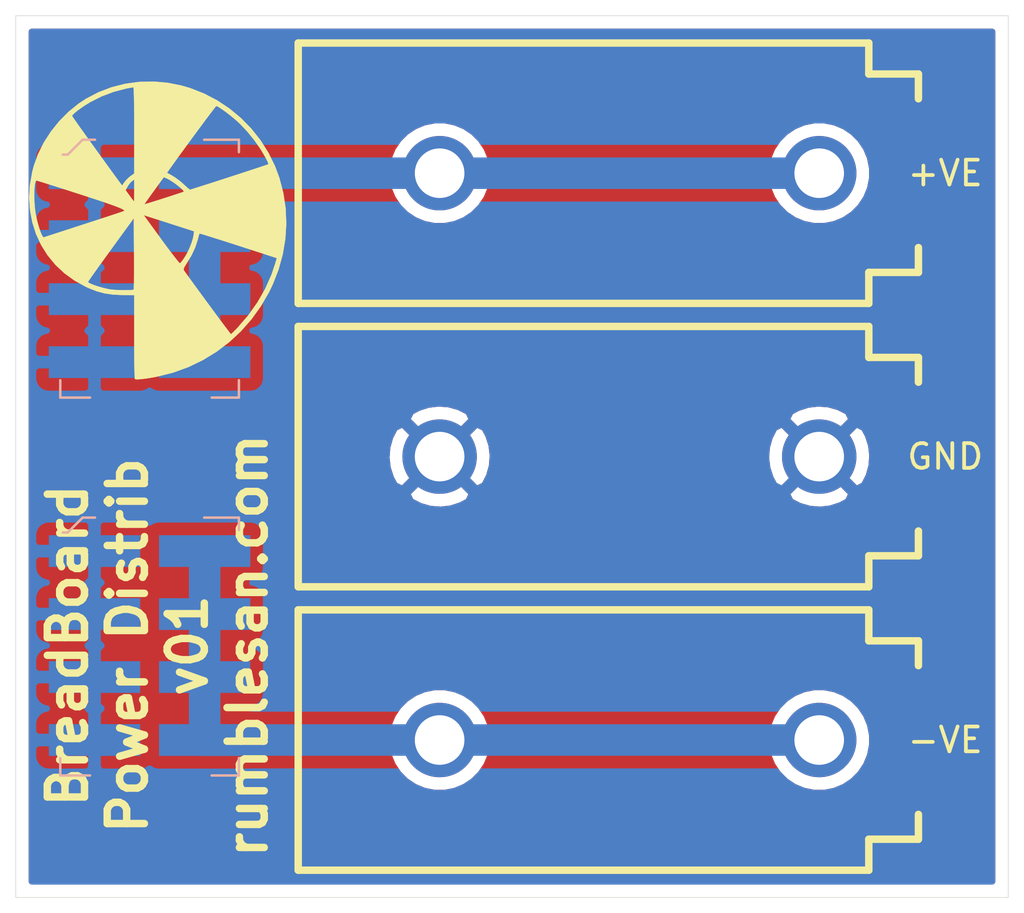
<source format=kicad_pcb>
(kicad_pcb (version 20171130) (host pcbnew "(5.1.8-0-10_14)")

  (general
    (thickness 1.6)
    (drawings 8)
    (tracks 4)
    (zones 0)
    (modules 6)
    (nets 4)
  )

  (page A4)
  (title_block
    (title "BreadBoard Power Distribution")
    (date 2021-06-18)
    (rev v01)
    (comment 3 "Author: Guy John <guy@rumblesan.com>")
  )

  (layers
    (0 F.Cu signal)
    (31 B.Cu signal)
    (36 B.SilkS user)
    (37 F.SilkS user)
    (38 B.Mask user)
    (39 F.Mask user)
    (41 Cmts.User user)
    (44 Edge.Cuts user)
    (45 Margin user)
    (46 B.CrtYd user)
    (47 F.CrtYd user)
    (48 B.Fab user)
    (49 F.Fab user)
  )

  (setup
    (last_trace_width 1.27)
    (user_trace_width 0.2032)
    (user_trace_width 0.3048)
    (user_trace_width 0.635)
    (user_trace_width 1.27)
    (trace_clearance 0.254)
    (zone_clearance 0.508)
    (zone_45_only no)
    (trace_min 0.2032)
    (via_size 0.762)
    (via_drill 0.381)
    (via_min_size 0.4064)
    (via_min_drill 0.3048)
    (uvia_size 0.762)
    (uvia_drill 0.381)
    (uvias_allowed no)
    (uvia_min_size 0.2032)
    (uvia_min_drill 0.1016)
    (edge_width 0.05)
    (segment_width 0.2)
    (pcb_text_width 0.3)
    (pcb_text_size 1.5 1.5)
    (mod_edge_width 0.12)
    (mod_text_size 1 1)
    (mod_text_width 0.15)
    (pad_size 1.524 1.524)
    (pad_drill 0.762)
    (pad_to_mask_clearance 0.0508)
    (solder_mask_min_width 0.127)
    (aux_axis_origin 0 0)
    (visible_elements FFFFFF7F)
    (pcbplotparams
      (layerselection 0x010fc_ffffffff)
      (usegerberextensions false)
      (usegerberattributes true)
      (usegerberadvancedattributes true)
      (creategerberjobfile true)
      (excludeedgelayer true)
      (linewidth 0.100000)
      (plotframeref false)
      (viasonmask false)
      (mode 1)
      (useauxorigin false)
      (hpglpennumber 1)
      (hpglpenspeed 20)
      (hpglpendiameter 15.000000)
      (psnegative false)
      (psa4output false)
      (plotreference true)
      (plotvalue true)
      (plotinvisibletext false)
      (padsonsilk false)
      (subtractmaskfromsilk false)
      (outputformat 1)
      (mirror false)
      (drillshape 1)
      (scaleselection 1)
      (outputdirectory ""))
  )

  (net 0 "")
  (net 1 "Net-(J1-Pad1)")
  (net 2 "Net-(J1-Pad5)")
  (net 3 "Net-(J2-Pad5)")

  (net_class Default "This is the default net class."
    (clearance 0.254)
    (trace_width 0.254)
    (via_dia 0.762)
    (via_drill 0.381)
    (uvia_dia 0.762)
    (uvia_drill 0.381)
    (diff_pair_width 0.2032)
    (diff_pair_gap 0.254)
    (add_net "Net-(J1-Pad1)")
    (add_net "Net-(J1-Pad5)")
    (add_net "Net-(J2-Pad5)")
  )

  (net_class Power ""
    (clearance 0.3048)
    (trace_width 0.635)
    (via_dia 0.762)
    (via_drill 0.381)
    (uvia_dia 0.762)
    (uvia_drill 0.381)
    (diff_pair_width 0.2032)
    (diff_pair_gap 0.254)
  )

  (net_class Signal ""
    (clearance 0.3048)
    (trace_width 0.3048)
    (via_dia 0.762)
    (via_drill 0.381)
    (uvia_dia 0.762)
    (uvia_drill 0.381)
    (diff_pair_width 0.2032)
    (diff_pair_gap 0.254)
  )

  (module rumblesan-footprints:Logo_Ammonite-simple_10.4mmx12.0mm (layer F.Cu) (tedit 60310C64) (tstamp 60CD81DC)
    (at 85.09 62.23)
    (path /60CDBCEB)
    (fp_text reference H1 (at 0 -8.636) (layer F.SilkS) hide
      (effects (font (size 1.524 1.524) (thickness 0.3)))
    )
    (fp_text value Logo_Ammonite-simple (at -5.588 4.318) (layer F.SilkS) hide
      (effects (font (size 1.524 1.524) (thickness 0.3)))
    )
    (fp_poly (pts (xy 1.032799 -4.917203) (xy 1.602938 -4.803894) (xy 1.950328 -4.702154) (xy 2.511868 -4.481942)
      (xy 3.043657 -4.203555) (xy 3.541437 -3.871283) (xy 4.000951 -3.489415) (xy 4.417944 -3.06224)
      (xy 4.788157 -2.594048) (xy 5.107334 -2.089128) (xy 5.371218 -1.551771) (xy 5.547304 -1.07762)
      (xy 5.705433 -0.47201) (xy 5.79761 0.14295) (xy 5.82422 0.762934) (xy 5.785649 1.383615)
      (xy 5.682283 2.000669) (xy 5.514507 2.609767) (xy 5.282707 3.206585) (xy 5.138453 3.507792)
      (xy 4.807993 4.082105) (xy 4.426498 4.614309) (xy 3.997568 5.101669) (xy 3.524802 5.541449)
      (xy 3.011799 5.930913) (xy 2.46216 6.267326) (xy 1.879485 6.547954) (xy 1.267372 6.77006)
      (xy 0.635371 6.929721) (xy 0.397238 6.974242) (xy 0.180809 7.00876) (xy -0.004619 7.032246)
      (xy -0.149747 7.043669) (xy -0.24528 7.041998) (xy -0.27923 7.031103) (xy -0.284232 6.993104)
      (xy -0.288909 6.893944) (xy -0.293163 6.740195) (xy -0.296897 6.538429) (xy -0.300012 6.295218)
      (xy -0.302409 6.017133) (xy -0.303992 5.710748) (xy -0.304662 5.382634) (xy -0.304678 5.326002)
      (xy -0.304726 3.64678) (xy -0.787278 3.642638) (xy -1.158825 3.625497) (xy -1.491225 3.577387)
      (xy -1.808015 3.492995) (xy -2.132731 3.367012) (xy -2.252891 3.311977) (xy -2.606381 3.117184)
      (xy -2.167297 3.117184) (xy -2.136343 3.149546) (xy -2.051759 3.192674) (xy -1.92596 3.242309)
      (xy -1.77136 3.294189) (xy -1.600375 3.344054) (xy -1.42542 3.387644) (xy -1.308431 3.411919)
      (xy -1.195701 3.427182) (xy -1.049986 3.438675) (xy -0.886274 3.446222) (xy -0.71955 3.449648)
      (xy -0.5648 3.448777) (xy -0.437012 3.443434) (xy -0.35117 3.433443) (xy -0.323927 3.423453)
      (xy -0.319864 3.386366) (xy -0.316488 3.28866) (xy -0.313854 3.137446) (xy -0.312017 2.939835)
      (xy -0.311032 2.702938) (xy -0.31101 2.626808) (xy 1.684212 2.626808) (xy 1.718205 2.677566)
      (xy 1.785793 2.773435) (xy 1.882204 2.907923) (xy 2.002668 3.074541) (xy 2.142412 3.266797)
      (xy 2.296664 3.478201) (xy 2.460654 3.702263) (xy 2.62961 3.932492) (xy 2.798759 4.162397)
      (xy 2.963332 4.385489) (xy 3.118555 4.595276) (xy 3.259657 4.785269) (xy 3.381867 4.948976)
      (xy 3.480414 5.079907) (xy 3.550525 5.171572) (xy 3.587429 5.21748) (xy 3.59179 5.22158)
      (xy 3.623503 5.198507) (xy 3.690449 5.136237) (xy 3.781757 5.045191) (xy 3.854667 4.969581)
      (xy 4.286587 4.470052) (xy 4.661763 3.941747) (xy 4.977562 3.389158) (xy 5.231351 2.816778)
      (xy 5.384822 2.358586) (xy 5.443801 2.154126) (xy 3.889878 1.650716) (xy 3.579962 1.550662)
      (xy 3.290171 1.457777) (xy 3.026769 1.37402) (xy 2.796022 1.301351) (xy 2.604195 1.241732)
      (xy 2.457551 1.197122) (xy 2.362357 1.169482) (xy 2.324877 1.160772) (xy 2.324586 1.16091)
      (xy 2.311475 1.198162) (xy 2.287607 1.2835) (xy 2.257938 1.399123) (xy 2.255308 1.409773)
      (xy 2.15443 1.720344) (xy 2.005668 2.040898) (xy 1.819984 2.347874) (xy 1.81652 2.352914)
      (xy 1.733843 2.482934) (xy 1.68868 2.576999) (xy 1.684212 2.626808) (xy -0.31101 2.626808)
      (xy -0.310954 2.433866) (xy -0.311837 2.139731) (xy -0.312725 1.974266) (xy -0.321563 0.545206)
      (xy -1.24443 1.814363) (xy -1.432233 2.073342) (xy -1.60721 2.315996) (xy -1.76542 2.536763)
      (xy -1.902924 2.730082) (xy -2.01578 2.890389) (xy -2.100051 3.012123) (xy -2.151794 3.089721)
      (xy -2.167297 3.117184) (xy -2.606381 3.117184) (xy -2.710638 3.059733) (xy -3.121547 2.761089)
      (xy -3.483816 2.420231) (xy -3.795646 2.041349) (xy -4.055236 1.628632) (xy -4.260787 1.186268)
      (xy -4.410496 0.718446) (xy -4.502566 0.229354) (xy -4.535194 -0.276818) (xy -4.530422 -0.363394)
      (xy -4.33396 -0.363394) (xy -4.329712 -0.160283) (xy -4.317644 0.04385) (xy -4.297452 0.237932)
      (xy -4.284197 0.327847) (xy -4.246355 0.52569) (xy -4.199548 0.722236) (xy -4.147335 0.906977)
      (xy -4.093275 1.069402) (xy -4.040927 1.199002) (xy -3.993849 1.28527) (xy -3.9556 1.317694)
      (xy -3.949319 1.316792) (xy -3.910482 1.303867) (xy -3.813544 1.272119) (xy -3.664838 1.223609)
      (xy -3.470695 1.160398) (xy -3.237449 1.084545) (xy -2.971432 0.998111) (xy -2.678977 0.903157)
      (xy -2.366416 0.801741) (xy -2.319697 0.786588) (xy -2.00563 0.684537) (xy -1.711522 0.588606)
      (xy -1.443591 0.500848) (xy -1.208054 0.423318) (xy -1.202224 0.421386) (xy 0.076634 0.421386)
      (xy 0.789339 1.399948) (xy 0.954589 1.625176) (xy 1.108278 1.831463) (xy 1.245701 2.012735)
      (xy 1.362152 2.162918) (xy 1.452926 2.275937) (xy 1.513317 2.345721) (xy 1.538171 2.366469)
      (xy 1.57325 2.334181) (xy 1.633008 2.259809) (xy 1.705585 2.1583) (xy 1.718564 2.139093)
      (xy 1.823353 1.96158) (xy 1.921924 1.756847) (xy 2.0054 1.546709) (xy 2.064905 1.352981)
      (xy 2.088726 1.229385) (xy 2.107183 1.072914) (xy 1.434677 0.856305) (xy 1.205046 0.782407)
      (xy 0.971598 0.707393) (xy 0.751412 0.636744) (xy 0.561567 0.575939) (xy 0.419402 0.530541)
      (xy 0.076634 0.421386) (xy -1.202224 0.421386) (xy -1.011127 0.358067) (xy -0.859028 0.307151)
      (xy -0.757973 0.272623) (xy -0.714181 0.256537) (xy -0.712912 0.25582) (xy -0.707817 0.235269)
      (xy -0.732205 0.208427) (xy -0.789934 0.173828) (xy -0.884864 0.130004) (xy -1.020855 0.075489)
      (xy -1.201767 0.008816) (xy -1.270567 -0.015236) (xy 0.10177 -0.015236) (xy 0.132184 -0.021926)
      (xy 0.216377 -0.046367) (xy 0.343777 -0.085177) (xy 0.503811 -0.134974) (xy 0.685905 -0.192375)
      (xy 0.879487 -0.254) (xy 1.073983 -0.316465) (xy 1.258822 -0.376389) (xy 1.423429 -0.430391)
      (xy 1.557233 -0.475087) (xy 1.64966 -0.507097) (xy 1.690137 -0.523038) (xy 1.690814 -0.523519)
      (xy 1.682953 -0.556793) (xy 1.6294 -0.617782) (xy 1.541466 -0.697618) (xy 1.430464 -0.787434)
      (xy 1.307706 -0.87836) (xy 1.184504 -0.96153) (xy 1.07217 -1.028075) (xy 1.006885 -1.059673)
      (xy 0.887583 -1.109521) (xy 0.494676 -0.568606) (xy 0.374327 -0.40232) (xy 0.268881 -0.255476)
      (xy 0.184366 -0.136563) (xy 0.126809 -0.054071) (xy 0.102238 -0.01649) (xy 0.10177 -0.015236)
      (xy -1.270567 -0.015236) (xy -1.431458 -0.071482) (xy -1.713788 -0.166873) (xy -2.052618 -0.278822)
      (xy -2.451806 -0.408797) (xy -2.517546 -0.430074) (xy -2.842193 -0.534816) (xy -2.996411 -0.584321)
      (xy -0.652315 -0.584321) (xy -0.487337 -0.356837) (xy -0.410833 -0.252713) (xy -0.350855 -0.173644)
      (xy -0.3172 -0.132452) (xy -0.313494 -0.129353) (xy -0.310205 -0.161129) (xy -0.307468 -0.248095)
      (xy -0.305535 -0.37771) (xy -0.304657 -0.53743) (xy -0.30463 -0.571926) (xy -0.30463 -1.014499)
      (xy -0.400633 -0.946139) (xy -0.475847 -0.873327) (xy -0.551015 -0.771415) (xy -0.574475 -0.73105)
      (xy -0.652315 -0.584321) (xy -2.996411 -0.584321) (xy -3.147935 -0.632961) (xy -3.428611 -0.722563)
      (xy -3.678063 -0.801682) (xy -3.89013 -0.868374) (xy -4.058654 -0.920697) (xy -4.177474 -0.956707)
      (xy -4.240431 -0.974463) (xy -4.248495 -0.97602) (xy -4.278804 -0.944132) (xy -4.302808 -0.855851)
      (xy -4.320204 -0.722252) (xy -4.330689 -0.554408) (xy -4.33396 -0.363394) (xy -4.530422 -0.363394)
      (xy -4.506581 -0.795884) (xy -4.414926 -1.323652) (xy -4.350841 -1.569089) (xy -4.180454 -2.042811)
      (xy -3.949264 -2.505533) (xy -3.664168 -2.948396) (xy -3.332064 -3.362542) (xy -3.119064 -3.578034)
      (xy -2.810764 -3.578034) (xy -2.79167 -3.547475) (xy -2.737418 -3.468564) (xy -2.652556 -3.347617)
      (xy -2.541627 -3.190949) (xy -2.409178 -3.004876) (xy -2.259755 -2.795713) (xy -2.097904 -2.569775)
      (xy -1.928169 -2.333377) (xy -1.755097 -2.092836) (xy -1.583234 -1.854465) (xy -1.417126 -1.624581)
      (xy -1.261317 -1.409499) (xy -1.120354 -1.215534) (xy -0.998783 -1.049002) (xy -0.901149 -0.916218)
      (xy -0.831998 -0.823497) (xy -0.795876 -0.777155) (xy -0.791731 -0.773016) (xy -0.772593 -0.798297)
      (xy -0.728493 -0.862712) (xy -0.700335 -0.904934) (xy -0.619126 -1.004067) (xy -0.512224 -1.105753)
      (xy -0.458768 -1.147742) (xy -0.30463 -1.258435) (xy -0.30463 -1.286745) (xy 1.016 -1.286745)
      (xy 1.239734 -1.161625) (xy 1.37345 -1.075998) (xy 1.524644 -0.962727) (xy 1.664534 -0.843646)
      (xy 1.688552 -0.821123) (xy 1.790272 -0.726438) (xy 1.874758 -0.652699) (xy 1.929571 -0.610533)
      (xy 1.941928 -0.604613) (xy 1.97885 -0.614555) (xy 2.073818 -0.643496) (xy 2.220487 -0.689414)
      (xy 2.412513 -0.750291) (xy 2.643553 -0.824104) (xy 2.907261 -0.908835) (xy 3.197295 -1.002463)
      (xy 3.50731 -1.102967) (xy 3.529544 -1.110191) (xy 3.840287 -1.211369) (xy 4.131013 -1.306417)
      (xy 4.395443 -1.393256) (xy 4.627296 -1.469804) (xy 4.820291 -1.533981) (xy 4.968148 -1.583706)
      (xy 5.064587 -1.616897) (xy 5.103328 -1.631475) (xy 5.103729 -1.631757) (xy 5.098675 -1.670879)
      (xy 5.062267 -1.756286) (xy 5.000086 -1.877486) (xy 4.917712 -2.023985) (xy 4.820724 -2.185291)
      (xy 4.750088 -2.29682) (xy 4.514631 -2.63002) (xy 4.24662 -2.957144) (xy 3.966721 -3.253701)
      (xy 3.849688 -3.364065) (xy 3.714975 -3.481196) (xy 3.567698 -3.601194) (xy 3.418225 -3.716535)
      (xy 3.276926 -3.819693) (xy 3.154167 -3.903146) (xy 3.060318 -3.959368) (xy 3.005746 -3.980836)
      (xy 3.000508 -3.980313) (xy 2.974821 -3.951832) (xy 2.913985 -3.874801) (xy 2.822631 -3.755493)
      (xy 2.705394 -3.600176) (xy 2.566907 -3.415121) (xy 2.411804 -3.206598) (xy 2.244717 -2.980877)
      (xy 2.07028 -2.744229) (xy 1.893127 -2.502923) (xy 1.717891 -2.263229) (xy 1.549205 -2.031419)
      (xy 1.391703 -1.813761) (xy 1.250017 -1.616526) (xy 1.15178 -1.478516) (xy 1.016 -1.286745)
      (xy -0.30463 -1.286745) (xy -0.30463 -2.996828) (xy -0.305241 -3.439) (xy -0.307089 -3.814503)
      (xy -0.310196 -4.124392) (xy -0.314581 -4.369721) (xy -0.320268 -4.551542) (xy -0.327277 -4.670911)
      (xy -0.335629 -4.728881) (xy -0.339925 -4.73522) (xy -0.388093 -4.728907) (xy -0.483781 -4.712189)
      (xy -0.608184 -4.68839) (xy -0.636258 -4.682792) (xy -1.13279 -4.553148) (xy -1.621135 -4.368077)
      (xy -2.081104 -4.13579) (xy -2.277612 -4.015337) (xy -2.455255 -3.894865) (xy -2.605273 -3.783937)
      (xy -2.719716 -3.689072) (xy -2.790637 -3.616789) (xy -2.810764 -3.578034) (xy -3.119064 -3.578034)
      (xy -2.959848 -3.739112) (xy -2.554418 -4.069246) (xy -2.245311 -4.273519) (xy -1.742935 -4.535607)
      (xy -1.215772 -4.736508) (xy -0.669221 -4.875669) (xy -0.108677 -4.95254) (xy 0.460462 -4.966568)
      (xy 1.032799 -4.917203)) (layer F.SilkS) (width 0.01))
  )

  (module digikey-footprints:PinHeader_2x4_P2.54mm_Vertical_SMD (layer B.Cu) (tedit 60CCEF0F) (tstamp 60CD7CF9)
    (at 85.405 64.81 270)
    (descr http://www.molex.com/pdm_docs/sd/015912080_sd.pdf)
    (path /60CE33A0)
    (attr smd)
    (fp_text reference J1 (at 0 5.75 270) (layer B.SilkS) hide
      (effects (font (size 1 1) (thickness 0.15)) (justify mirror))
    )
    (fp_text value +V/GND (at 0 -5.75 270) (layer B.Fab)
      (effects (font (size 1 1) (thickness 0.15)) (justify mirror))
    )
    (fp_line (start -5.12 -3.5) (end 5.12 -3.5) (layer B.Fab) (width 0.1))
    (fp_line (start 5.12 3.5) (end 5.12 -3.5) (layer B.Fab) (width 0.1))
    (fp_line (start -4.2 3.5) (end -5.1 2.6) (layer B.Fab) (width 0.1))
    (fp_line (start 5.12 3.5) (end -4.2 3.5) (layer B.Fab) (width 0.1))
    (fp_line (start -5.125 -3.5) (end -5.1 2.6) (layer B.Fab) (width 0.1))
    (fp_line (start -4.6 3.3) (end -4.6 3.5) (layer B.SilkS) (width 0.1))
    (fp_line (start -5.2 2.7) (end -4.6 3.3) (layer B.SilkS) (width 0.1))
    (fp_line (start -5.2 2.2) (end -5.2 2.7) (layer B.SilkS) (width 0.1))
    (fp_line (start 5.2 3.6) (end 5.2 2.4) (layer B.SilkS) (width 0.1))
    (fp_line (start 4.5 3.6) (end 5.2 3.6) (layer B.SilkS) (width 0.1))
    (fp_line (start 5.2 -3.6) (end 5.2 -2.5) (layer B.SilkS) (width 0.1))
    (fp_line (start 4.5 -3.6) (end 5.2 -3.6) (layer B.SilkS) (width 0.1))
    (fp_line (start -5.2 -3.6) (end -5.2 -2.2) (layer B.SilkS) (width 0.1))
    (fp_line (start -4.7 -3.6) (end -5.2 -3.6) (layer B.SilkS) (width 0.1))
    (fp_line (start -5.35 -4.325) (end 5.35 -4.325) (layer B.CrtYd) (width 0.05))
    (fp_line (start 5.35 4.275) (end 5.35 -4.325) (layer B.CrtYd) (width 0.05))
    (fp_line (start -5.35 -4.325) (end -5.35 4.325) (layer B.CrtYd) (width 0.05))
    (fp_line (start -5.35 4.325) (end 5.35 4.325) (layer B.CrtYd) (width 0.05))
    (fp_text user %R (at 0 0.2 270) (layer B.Fab)
      (effects (font (size 1 1) (thickness 0.15)) (justify mirror))
    )
    (pad 1 smd rect (at -3.85 2.22 270) (size 1.28 3.68) (layers B.Cu B.Paste B.Mask)
      (net 1 "Net-(J1-Pad1)"))
    (pad 2 smd rect (at -1.31 2.22 270) (size 1.28 3.68) (layers B.Cu B.Paste B.Mask)
      (net 1 "Net-(J1-Pad1)"))
    (pad 3 smd rect (at 1.23 2.22 270) (size 1.28 3.68) (layers B.Cu B.Paste B.Mask)
      (net 1 "Net-(J1-Pad1)"))
    (pad 4 smd rect (at 3.77 2.22 270) (size 1.28 3.68) (layers B.Cu B.Paste B.Mask)
      (net 1 "Net-(J1-Pad1)"))
    (pad 5 smd rect (at -3.85 -2.22 270) (size 1.28 3.68) (layers B.Cu B.Paste B.Mask)
      (net 2 "Net-(J1-Pad5)"))
    (pad 6 smd rect (at -1.31 -2.22 270) (size 1.28 3.68) (layers B.Cu B.Paste B.Mask)
      (net 2 "Net-(J1-Pad5)"))
    (pad 7 smd rect (at 1.23 -2.22 270) (size 1.28 3.68) (layers B.Cu B.Paste B.Mask)
      (net 2 "Net-(J1-Pad5)"))
    (pad 8 smd rect (at 3.77 -2.22 270) (size 1.28 3.68) (layers B.Cu B.Paste B.Mask)
      (net 2 "Net-(J1-Pad5)"))
  )

  (module digikey-footprints:PinHeader_2x4_P2.54mm_Vertical_SMD (layer B.Cu) (tedit 60CCEF0F) (tstamp 60CD7D18)
    (at 85.405 80.05 270)
    (descr http://www.molex.com/pdm_docs/sd/015912080_sd.pdf)
    (path /60CE3CB6)
    (attr smd)
    (fp_text reference J2 (at 0 5.75 270) (layer B.SilkS) hide
      (effects (font (size 1 1) (thickness 0.15)) (justify mirror))
    )
    (fp_text value -V/GND (at 0 -5.75 270) (layer B.Fab)
      (effects (font (size 1 1) (thickness 0.15)) (justify mirror))
    )
    (fp_line (start -5.35 4.325) (end 5.35 4.325) (layer B.CrtYd) (width 0.05))
    (fp_line (start -5.35 -4.325) (end -5.35 4.325) (layer B.CrtYd) (width 0.05))
    (fp_line (start 5.35 4.275) (end 5.35 -4.325) (layer B.CrtYd) (width 0.05))
    (fp_line (start -5.35 -4.325) (end 5.35 -4.325) (layer B.CrtYd) (width 0.05))
    (fp_line (start -4.7 -3.6) (end -5.2 -3.6) (layer B.SilkS) (width 0.1))
    (fp_line (start -5.2 -3.6) (end -5.2 -2.2) (layer B.SilkS) (width 0.1))
    (fp_line (start 4.5 -3.6) (end 5.2 -3.6) (layer B.SilkS) (width 0.1))
    (fp_line (start 5.2 -3.6) (end 5.2 -2.5) (layer B.SilkS) (width 0.1))
    (fp_line (start 4.5 3.6) (end 5.2 3.6) (layer B.SilkS) (width 0.1))
    (fp_line (start 5.2 3.6) (end 5.2 2.4) (layer B.SilkS) (width 0.1))
    (fp_line (start -5.2 2.2) (end -5.2 2.7) (layer B.SilkS) (width 0.1))
    (fp_line (start -5.2 2.7) (end -4.6 3.3) (layer B.SilkS) (width 0.1))
    (fp_line (start -4.6 3.3) (end -4.6 3.5) (layer B.SilkS) (width 0.1))
    (fp_line (start -5.125 -3.5) (end -5.1 2.6) (layer B.Fab) (width 0.1))
    (fp_line (start 5.12 3.5) (end -4.2 3.5) (layer B.Fab) (width 0.1))
    (fp_line (start -4.2 3.5) (end -5.1 2.6) (layer B.Fab) (width 0.1))
    (fp_line (start 5.12 3.5) (end 5.12 -3.5) (layer B.Fab) (width 0.1))
    (fp_line (start -5.12 -3.5) (end 5.12 -3.5) (layer B.Fab) (width 0.1))
    (fp_text user %R (at 0 0.2 270) (layer B.Fab)
      (effects (font (size 1 1) (thickness 0.15)) (justify mirror))
    )
    (pad 8 smd rect (at 3.77 -2.22 270) (size 1.28 3.68) (layers B.Cu B.Paste B.Mask)
      (net 3 "Net-(J2-Pad5)"))
    (pad 7 smd rect (at 1.23 -2.22 270) (size 1.28 3.68) (layers B.Cu B.Paste B.Mask)
      (net 3 "Net-(J2-Pad5)"))
    (pad 6 smd rect (at -1.31 -2.22 270) (size 1.28 3.68) (layers B.Cu B.Paste B.Mask)
      (net 3 "Net-(J2-Pad5)"))
    (pad 5 smd rect (at -3.85 -2.22 270) (size 1.28 3.68) (layers B.Cu B.Paste B.Mask)
      (net 3 "Net-(J2-Pad5)"))
    (pad 4 smd rect (at 3.77 2.22 270) (size 1.28 3.68) (layers B.Cu B.Paste B.Mask)
      (net 1 "Net-(J1-Pad1)"))
    (pad 3 smd rect (at 1.23 2.22 270) (size 1.28 3.68) (layers B.Cu B.Paste B.Mask)
      (net 1 "Net-(J1-Pad1)"))
    (pad 2 smd rect (at -1.31 2.22 270) (size 1.28 3.68) (layers B.Cu B.Paste B.Mask)
      (net 1 "Net-(J1-Pad1)"))
    (pad 1 smd rect (at -3.85 2.22 270) (size 1.28 3.68) (layers B.Cu B.Paste B.Mask)
      (net 1 "Net-(J1-Pad1)"))
  )

  (module rumblesan-footprints:Deltron_571_PCB_BananaJack (layer F.Cu) (tedit 60CD00E6) (tstamp 60CD7D30)
    (at 112.395 60.96)
    (path /60CD102C)
    (fp_text reference J3 (at -7.62 0) (layer F.SilkS) hide
      (effects (font (size 1 1) (thickness 0.15)))
    )
    (fp_text value +V (at -8.5 -2.75) (layer F.Fab)
      (effects (font (size 1 1) (thickness 0.15)))
    )
    (fp_line (start 2 -4) (end 2 -5.25) (layer F.Fab) (width 0.12))
    (fp_line (start 2 -5.25) (end -21 -5.25) (layer F.Fab) (width 0.12))
    (fp_line (start -21 -5.25) (end -21 5.25) (layer F.Fab) (width 0.12))
    (fp_line (start -21 5.25) (end 2 5.25) (layer F.Fab) (width 0.12))
    (fp_line (start 2 5.25) (end 2 4) (layer F.Fab) (width 0.12))
    (fp_line (start 2 -4) (end 4 -4) (layer F.Fab) (width 0.12))
    (fp_line (start 2 4) (end 4 4) (layer F.Fab) (width 0.12))
    (fp_line (start 4 4) (end 4 3) (layer F.Fab) (width 0.12))
    (fp_line (start 4 -4) (end 4 -3) (layer F.Fab) (width 0.12))
    (fp_line (start 4 3) (end 4 4) (layer F.SilkS) (width 0.3))
    (fp_line (start 4 4) (end 2 4) (layer F.SilkS) (width 0.3))
    (fp_line (start 2 4) (end 2 5.25) (layer F.SilkS) (width 0.3))
    (fp_line (start 2 5.25) (end -21 5.25) (layer F.SilkS) (width 0.3))
    (fp_line (start -21 5.25) (end -21 -5.25) (layer F.SilkS) (width 0.3))
    (fp_line (start -21 -5.25) (end 2 -5.25) (layer F.SilkS) (width 0.3))
    (fp_line (start 2 -5.25) (end 2 -4) (layer F.SilkS) (width 0.3))
    (fp_line (start 2 -4) (end 4 -4) (layer F.SilkS) (width 0.3))
    (fp_line (start 4 -4) (end 4 -3) (layer F.SilkS) (width 0.3))
    (pad 1 thru_hole circle (at 0 0) (size 3 3) (drill 2) (layers *.Cu *.Mask)
      (net 2 "Net-(J1-Pad5)"))
    (pad 1 thru_hole circle (at -15.3 0) (size 3 3) (drill 2) (layers *.Cu *.Mask)
      (net 2 "Net-(J1-Pad5)"))
  )

  (module rumblesan-footprints:Deltron_571_PCB_BananaJack (layer F.Cu) (tedit 60CD00E6) (tstamp 60CD7D48)
    (at 112.395 72.39)
    (path /60CD2852)
    (fp_text reference J4 (at -7.62 0) (layer F.SilkS) hide
      (effects (font (size 1 1) (thickness 0.15)))
    )
    (fp_text value GND (at -8.5 -2.75) (layer F.Fab)
      (effects (font (size 1 1) (thickness 0.15)))
    )
    (fp_line (start 4 -4) (end 4 -3) (layer F.SilkS) (width 0.3))
    (fp_line (start 2 -4) (end 4 -4) (layer F.SilkS) (width 0.3))
    (fp_line (start 2 -5.25) (end 2 -4) (layer F.SilkS) (width 0.3))
    (fp_line (start -21 -5.25) (end 2 -5.25) (layer F.SilkS) (width 0.3))
    (fp_line (start -21 5.25) (end -21 -5.25) (layer F.SilkS) (width 0.3))
    (fp_line (start 2 5.25) (end -21 5.25) (layer F.SilkS) (width 0.3))
    (fp_line (start 2 4) (end 2 5.25) (layer F.SilkS) (width 0.3))
    (fp_line (start 4 4) (end 2 4) (layer F.SilkS) (width 0.3))
    (fp_line (start 4 3) (end 4 4) (layer F.SilkS) (width 0.3))
    (fp_line (start 4 -4) (end 4 -3) (layer F.Fab) (width 0.12))
    (fp_line (start 4 4) (end 4 3) (layer F.Fab) (width 0.12))
    (fp_line (start 2 4) (end 4 4) (layer F.Fab) (width 0.12))
    (fp_line (start 2 -4) (end 4 -4) (layer F.Fab) (width 0.12))
    (fp_line (start 2 5.25) (end 2 4) (layer F.Fab) (width 0.12))
    (fp_line (start -21 5.25) (end 2 5.25) (layer F.Fab) (width 0.12))
    (fp_line (start -21 -5.25) (end -21 5.25) (layer F.Fab) (width 0.12))
    (fp_line (start 2 -5.25) (end -21 -5.25) (layer F.Fab) (width 0.12))
    (fp_line (start 2 -4) (end 2 -5.25) (layer F.Fab) (width 0.12))
    (pad 1 thru_hole circle (at -15.3 0) (size 3 3) (drill 2) (layers *.Cu *.Mask)
      (net 1 "Net-(J1-Pad1)"))
    (pad 1 thru_hole circle (at 0 0) (size 3 3) (drill 2) (layers *.Cu *.Mask)
      (net 1 "Net-(J1-Pad1)"))
  )

  (module rumblesan-footprints:Deltron_571_PCB_BananaJack (layer F.Cu) (tedit 60CD00E6) (tstamp 60CD7D60)
    (at 112.395 83.82)
    (path /60CD2C1E)
    (fp_text reference J5 (at -7.62 0) (layer F.SilkS) hide
      (effects (font (size 1 1) (thickness 0.15)))
    )
    (fp_text value -V (at -8.5 -2.75) (layer F.Fab)
      (effects (font (size 1 1) (thickness 0.15)))
    )
    (fp_line (start 2 -4) (end 2 -5.25) (layer F.Fab) (width 0.12))
    (fp_line (start 2 -5.25) (end -21 -5.25) (layer F.Fab) (width 0.12))
    (fp_line (start -21 -5.25) (end -21 5.25) (layer F.Fab) (width 0.12))
    (fp_line (start -21 5.25) (end 2 5.25) (layer F.Fab) (width 0.12))
    (fp_line (start 2 5.25) (end 2 4) (layer F.Fab) (width 0.12))
    (fp_line (start 2 -4) (end 4 -4) (layer F.Fab) (width 0.12))
    (fp_line (start 2 4) (end 4 4) (layer F.Fab) (width 0.12))
    (fp_line (start 4 4) (end 4 3) (layer F.Fab) (width 0.12))
    (fp_line (start 4 -4) (end 4 -3) (layer F.Fab) (width 0.12))
    (fp_line (start 4 3) (end 4 4) (layer F.SilkS) (width 0.3))
    (fp_line (start 4 4) (end 2 4) (layer F.SilkS) (width 0.3))
    (fp_line (start 2 4) (end 2 5.25) (layer F.SilkS) (width 0.3))
    (fp_line (start 2 5.25) (end -21 5.25) (layer F.SilkS) (width 0.3))
    (fp_line (start -21 5.25) (end -21 -5.25) (layer F.SilkS) (width 0.3))
    (fp_line (start -21 -5.25) (end 2 -5.25) (layer F.SilkS) (width 0.3))
    (fp_line (start 2 -5.25) (end 2 -4) (layer F.SilkS) (width 0.3))
    (fp_line (start 2 -4) (end 4 -4) (layer F.SilkS) (width 0.3))
    (fp_line (start 4 -4) (end 4 -3) (layer F.SilkS) (width 0.3))
    (pad 1 thru_hole circle (at 0 0) (size 3 3) (drill 2) (layers *.Cu *.Mask)
      (net 3 "Net-(J2-Pad5)"))
    (pad 1 thru_hole circle (at -15.3 0) (size 3 3) (drill 2) (layers *.Cu *.Mask)
      (net 3 "Net-(J2-Pad5)"))
  )

  (gr_text -VE (at 117.475 83.82) (layer F.SilkS)
    (effects (font (size 1 1) (thickness 0.15)))
  )
  (gr_text GND (at 117.475 72.39) (layer F.SilkS)
    (effects (font (size 1 1) (thickness 0.15)))
  )
  (gr_text +VE (at 117.475 60.96) (layer F.SilkS)
    (effects (font (size 1 1) (thickness 0.15)))
  )
  (gr_line (start 80.01 54.61) (end 120.015 54.61) (layer Edge.Cuts) (width 0.0254) (tstamp 60CD8329))
  (gr_line (start 80.01 90.17) (end 80.01 54.61) (layer Edge.Cuts) (width 0.0254))
  (gr_line (start 120.015 90.17) (end 80.01 90.17) (layer Edge.Cuts) (width 0.0254))
  (gr_line (start 120.015 54.61) (end 120.015 90.17) (layer Edge.Cuts) (width 0.0254))
  (gr_text "BreadBoard\nPower Distrib\nv01\nrumblesan.com" (at 85.725 80.01 90) (layer F.SilkS)
    (effects (font (size 1.5 1.5) (thickness 0.3)))
  )

  (segment (start 112.395 60.96) (end 87.625 60.96) (width 1.27) (layer B.Cu) (net 2))
  (segment (start 87.625 60.96) (end 87.625 68.58) (width 1.27) (layer B.Cu) (net 2))
  (segment (start 112.395 83.82) (end 87.625 83.82) (width 1.27) (layer B.Cu) (net 3))
  (segment (start 87.625 83.82) (end 87.625 76.2) (width 1.27) (layer B.Cu) (net 3))

  (zone (net 1) (net_name "Net-(J1-Pad1)") (layer B.Cu) (tstamp 0) (hatch edge 0.508)
    (connect_pads (clearance 0.508))
    (min_thickness 0.254)
    (fill yes (arc_segments 32) (thermal_gap 0.508) (thermal_bridge_width 0.508))
    (polygon
      (pts
        (xy 120.65 90.805) (xy 79.375 90.805) (xy 79.375 53.975) (xy 120.65 53.975)
      )
    )
    (filled_polygon
      (pts
        (xy 119.367301 89.5223) (xy 80.6577 89.5223) (xy 80.6577 84.46) (xy 80.706928 84.46) (xy 80.719188 84.584482)
        (xy 80.755498 84.70418) (xy 80.814463 84.814494) (xy 80.893815 84.911185) (xy 80.990506 84.990537) (xy 81.10082 85.049502)
        (xy 81.220518 85.085812) (xy 81.345 85.098072) (xy 82.89925 85.095) (xy 83.058 84.93625) (xy 83.058 83.947)
        (xy 80.86875 83.947) (xy 80.71 84.10575) (xy 80.706928 84.46) (xy 80.6577 84.46) (xy 80.6577 81.92)
        (xy 80.706928 81.92) (xy 80.719188 82.044482) (xy 80.755498 82.16418) (xy 80.814463 82.274494) (xy 80.893815 82.371185)
        (xy 80.990506 82.450537) (xy 81.10082 82.509502) (xy 81.220518 82.545812) (xy 81.263041 82.55) (xy 81.220518 82.554188)
        (xy 81.10082 82.590498) (xy 80.990506 82.649463) (xy 80.893815 82.728815) (xy 80.814463 82.825506) (xy 80.755498 82.93582)
        (xy 80.719188 83.055518) (xy 80.706928 83.18) (xy 80.71 83.53425) (xy 80.86875 83.693) (xy 83.058 83.693)
        (xy 83.058 82.70375) (xy 82.90425 82.55) (xy 83.058 82.39625) (xy 83.058 81.407) (xy 80.86875 81.407)
        (xy 80.71 81.56575) (xy 80.706928 81.92) (xy 80.6577 81.92) (xy 80.6577 79.38) (xy 80.706928 79.38)
        (xy 80.719188 79.504482) (xy 80.755498 79.62418) (xy 80.814463 79.734494) (xy 80.893815 79.831185) (xy 80.990506 79.910537)
        (xy 81.10082 79.969502) (xy 81.220518 80.005812) (xy 81.263041 80.01) (xy 81.220518 80.014188) (xy 81.10082 80.050498)
        (xy 80.990506 80.109463) (xy 80.893815 80.188815) (xy 80.814463 80.285506) (xy 80.755498 80.39582) (xy 80.719188 80.515518)
        (xy 80.706928 80.64) (xy 80.71 80.99425) (xy 80.86875 81.153) (xy 83.058 81.153) (xy 83.058 80.16375)
        (xy 82.90425 80.01) (xy 83.058 79.85625) (xy 83.058 78.867) (xy 80.86875 78.867) (xy 80.71 79.02575)
        (xy 80.706928 79.38) (xy 80.6577 79.38) (xy 80.6577 76.84) (xy 80.706928 76.84) (xy 80.719188 76.964482)
        (xy 80.755498 77.08418) (xy 80.814463 77.194494) (xy 80.893815 77.291185) (xy 80.990506 77.370537) (xy 81.10082 77.429502)
        (xy 81.220518 77.465812) (xy 81.263041 77.47) (xy 81.220518 77.474188) (xy 81.10082 77.510498) (xy 80.990506 77.569463)
        (xy 80.893815 77.648815) (xy 80.814463 77.745506) (xy 80.755498 77.85582) (xy 80.719188 77.975518) (xy 80.706928 78.1)
        (xy 80.71 78.45425) (xy 80.86875 78.613) (xy 83.058 78.613) (xy 83.058 77.62375) (xy 82.90425 77.47)
        (xy 83.058 77.31625) (xy 83.058 76.327) (xy 80.86875 76.327) (xy 80.71 76.48575) (xy 80.706928 76.84)
        (xy 80.6577 76.84) (xy 80.6577 75.56) (xy 80.706928 75.56) (xy 80.71 75.91425) (xy 80.86875 76.073)
        (xy 83.058 76.073) (xy 83.058 75.08375) (xy 83.312 75.08375) (xy 83.312 76.073) (xy 83.332 76.073)
        (xy 83.332 76.327) (xy 83.312 76.327) (xy 83.312 77.31625) (xy 83.46575 77.47) (xy 83.312 77.62375)
        (xy 83.312 78.613) (xy 83.332 78.613) (xy 83.332 78.867) (xy 83.312 78.867) (xy 83.312 79.85625)
        (xy 83.46575 80.01) (xy 83.312 80.16375) (xy 83.312 81.153) (xy 83.332 81.153) (xy 83.332 81.407)
        (xy 83.312 81.407) (xy 83.312 82.39625) (xy 83.46575 82.55) (xy 83.312 82.70375) (xy 83.312 83.693)
        (xy 83.332 83.693) (xy 83.332 83.947) (xy 83.312 83.947) (xy 83.312 84.93625) (xy 83.47075 85.095)
        (xy 85.025 85.098072) (xy 85.149482 85.085812) (xy 85.26918 85.049502) (xy 85.379494 84.990537) (xy 85.405 84.969605)
        (xy 85.430506 84.990537) (xy 85.54082 85.049502) (xy 85.660518 85.085812) (xy 85.785 85.098072) (xy 89.465 85.098072)
        (xy 89.546959 85.09) (xy 95.375844 85.09) (xy 95.436637 85.180983) (xy 95.734017 85.478363) (xy 96.083698 85.712012)
        (xy 96.472244 85.872953) (xy 96.884721 85.955) (xy 97.305279 85.955) (xy 97.717756 85.872953) (xy 98.106302 85.712012)
        (xy 98.455983 85.478363) (xy 98.753363 85.180983) (xy 98.814156 85.09) (xy 110.675844 85.09) (xy 110.736637 85.180983)
        (xy 111.034017 85.478363) (xy 111.383698 85.712012) (xy 111.772244 85.872953) (xy 112.184721 85.955) (xy 112.605279 85.955)
        (xy 113.017756 85.872953) (xy 113.406302 85.712012) (xy 113.755983 85.478363) (xy 114.053363 85.180983) (xy 114.287012 84.831302)
        (xy 114.447953 84.442756) (xy 114.53 84.030279) (xy 114.53 83.609721) (xy 114.447953 83.197244) (xy 114.287012 82.808698)
        (xy 114.053363 82.459017) (xy 113.755983 82.161637) (xy 113.406302 81.927988) (xy 113.017756 81.767047) (xy 112.605279 81.685)
        (xy 112.184721 81.685) (xy 111.772244 81.767047) (xy 111.383698 81.927988) (xy 111.034017 82.161637) (xy 110.736637 82.459017)
        (xy 110.675844 82.55) (xy 98.814156 82.55) (xy 98.753363 82.459017) (xy 98.455983 82.161637) (xy 98.106302 81.927988)
        (xy 97.717756 81.767047) (xy 97.305279 81.685) (xy 96.884721 81.685) (xy 96.472244 81.767047) (xy 96.083698 81.927988)
        (xy 95.734017 82.161637) (xy 95.436637 82.459017) (xy 95.375844 82.55) (xy 89.546959 82.55) (xy 89.589482 82.545812)
        (xy 89.70918 82.509502) (xy 89.819494 82.450537) (xy 89.916185 82.371185) (xy 89.995537 82.274494) (xy 90.054502 82.16418)
        (xy 90.090812 82.044482) (xy 90.103072 81.92) (xy 90.103072 80.64) (xy 90.090812 80.515518) (xy 90.054502 80.39582)
        (xy 89.995537 80.285506) (xy 89.916185 80.188815) (xy 89.819494 80.109463) (xy 89.70918 80.050498) (xy 89.589482 80.014188)
        (xy 89.546959 80.01) (xy 89.589482 80.005812) (xy 89.70918 79.969502) (xy 89.819494 79.910537) (xy 89.916185 79.831185)
        (xy 89.995537 79.734494) (xy 90.054502 79.62418) (xy 90.090812 79.504482) (xy 90.103072 79.38) (xy 90.103072 78.1)
        (xy 90.090812 77.975518) (xy 90.054502 77.85582) (xy 89.995537 77.745506) (xy 89.916185 77.648815) (xy 89.819494 77.569463)
        (xy 89.70918 77.510498) (xy 89.589482 77.474188) (xy 89.546959 77.47) (xy 89.589482 77.465812) (xy 89.70918 77.429502)
        (xy 89.819494 77.370537) (xy 89.916185 77.291185) (xy 89.995537 77.194494) (xy 90.054502 77.08418) (xy 90.090812 76.964482)
        (xy 90.103072 76.84) (xy 90.103072 75.56) (xy 90.090812 75.435518) (xy 90.054502 75.31582) (xy 89.995537 75.205506)
        (xy 89.916185 75.108815) (xy 89.819494 75.029463) (xy 89.70918 74.970498) (xy 89.589482 74.934188) (xy 89.465 74.921928)
        (xy 85.785 74.921928) (xy 85.660518 74.934188) (xy 85.54082 74.970498) (xy 85.430506 75.029463) (xy 85.405 75.050395)
        (xy 85.379494 75.029463) (xy 85.26918 74.970498) (xy 85.149482 74.934188) (xy 85.025 74.921928) (xy 83.47075 74.925)
        (xy 83.312 75.08375) (xy 83.058 75.08375) (xy 82.89925 74.925) (xy 81.345 74.921928) (xy 81.220518 74.934188)
        (xy 81.10082 74.970498) (xy 80.990506 75.029463) (xy 80.893815 75.108815) (xy 80.814463 75.205506) (xy 80.755498 75.31582)
        (xy 80.719188 75.435518) (xy 80.706928 75.56) (xy 80.6577 75.56) (xy 80.6577 73.881653) (xy 95.782952 73.881653)
        (xy 95.938962 74.197214) (xy 96.313745 74.38802) (xy 96.718551 74.502044) (xy 97.137824 74.534902) (xy 97.555451 74.485334)
        (xy 97.955383 74.355243) (xy 98.251038 74.197214) (xy 98.407048 73.881653) (xy 111.082952 73.881653) (xy 111.238962 74.197214)
        (xy 111.613745 74.38802) (xy 112.018551 74.502044) (xy 112.437824 74.534902) (xy 112.855451 74.485334) (xy 113.255383 74.355243)
        (xy 113.551038 74.197214) (xy 113.707048 73.881653) (xy 112.395 72.569605) (xy 111.082952 73.881653) (xy 98.407048 73.881653)
        (xy 97.095 72.569605) (xy 95.782952 73.881653) (xy 80.6577 73.881653) (xy 80.6577 72.432824) (xy 94.950098 72.432824)
        (xy 94.999666 72.850451) (xy 95.129757 73.250383) (xy 95.287786 73.546038) (xy 95.603347 73.702048) (xy 96.915395 72.39)
        (xy 97.274605 72.39) (xy 98.586653 73.702048) (xy 98.902214 73.546038) (xy 99.09302 73.171255) (xy 99.207044 72.766449)
        (xy 99.233189 72.432824) (xy 110.250098 72.432824) (xy 110.299666 72.850451) (xy 110.429757 73.250383) (xy 110.587786 73.546038)
        (xy 110.903347 73.702048) (xy 112.215395 72.39) (xy 112.574605 72.39) (xy 113.886653 73.702048) (xy 114.202214 73.546038)
        (xy 114.39302 73.171255) (xy 114.507044 72.766449) (xy 114.539902 72.347176) (xy 114.490334 71.929549) (xy 114.360243 71.529617)
        (xy 114.202214 71.233962) (xy 113.886653 71.077952) (xy 112.574605 72.39) (xy 112.215395 72.39) (xy 110.903347 71.077952)
        (xy 110.587786 71.233962) (xy 110.39698 71.608745) (xy 110.282956 72.013551) (xy 110.250098 72.432824) (xy 99.233189 72.432824)
        (xy 99.239902 72.347176) (xy 99.190334 71.929549) (xy 99.060243 71.529617) (xy 98.902214 71.233962) (xy 98.586653 71.077952)
        (xy 97.274605 72.39) (xy 96.915395 72.39) (xy 95.603347 71.077952) (xy 95.287786 71.233962) (xy 95.09698 71.608745)
        (xy 94.982956 72.013551) (xy 94.950098 72.432824) (xy 80.6577 72.432824) (xy 80.6577 70.898347) (xy 95.782952 70.898347)
        (xy 97.095 72.210395) (xy 98.407048 70.898347) (xy 111.082952 70.898347) (xy 112.395 72.210395) (xy 113.707048 70.898347)
        (xy 113.551038 70.582786) (xy 113.176255 70.39198) (xy 112.771449 70.277956) (xy 112.352176 70.245098) (xy 111.934549 70.294666)
        (xy 111.534617 70.424757) (xy 111.238962 70.582786) (xy 111.082952 70.898347) (xy 98.407048 70.898347) (xy 98.251038 70.582786)
        (xy 97.876255 70.39198) (xy 97.471449 70.277956) (xy 97.052176 70.245098) (xy 96.634549 70.294666) (xy 96.234617 70.424757)
        (xy 95.938962 70.582786) (xy 95.782952 70.898347) (xy 80.6577 70.898347) (xy 80.6577 69.22) (xy 80.706928 69.22)
        (xy 80.719188 69.344482) (xy 80.755498 69.46418) (xy 80.814463 69.574494) (xy 80.893815 69.671185) (xy 80.990506 69.750537)
        (xy 81.10082 69.809502) (xy 81.220518 69.845812) (xy 81.345 69.858072) (xy 82.89925 69.855) (xy 83.058 69.69625)
        (xy 83.058 68.707) (xy 80.86875 68.707) (xy 80.71 68.86575) (xy 80.706928 69.22) (xy 80.6577 69.22)
        (xy 80.6577 66.68) (xy 80.706928 66.68) (xy 80.719188 66.804482) (xy 80.755498 66.92418) (xy 80.814463 67.034494)
        (xy 80.893815 67.131185) (xy 80.990506 67.210537) (xy 81.10082 67.269502) (xy 81.220518 67.305812) (xy 81.263041 67.31)
        (xy 81.220518 67.314188) (xy 81.10082 67.350498) (xy 80.990506 67.409463) (xy 80.893815 67.488815) (xy 80.814463 67.585506)
        (xy 80.755498 67.69582) (xy 80.719188 67.815518) (xy 80.706928 67.94) (xy 80.71 68.29425) (xy 80.86875 68.453)
        (xy 83.058 68.453) (xy 83.058 67.46375) (xy 82.90425 67.31) (xy 83.058 67.15625) (xy 83.058 66.167)
        (xy 80.86875 66.167) (xy 80.71 66.32575) (xy 80.706928 66.68) (xy 80.6577 66.68) (xy 80.6577 64.14)
        (xy 80.706928 64.14) (xy 80.719188 64.264482) (xy 80.755498 64.38418) (xy 80.814463 64.494494) (xy 80.893815 64.591185)
        (xy 80.990506 64.670537) (xy 81.10082 64.729502) (xy 81.220518 64.765812) (xy 81.263041 64.77) (xy 81.220518 64.774188)
        (xy 81.10082 64.810498) (xy 80.990506 64.869463) (xy 80.893815 64.948815) (xy 80.814463 65.045506) (xy 80.755498 65.15582)
        (xy 80.719188 65.275518) (xy 80.706928 65.4) (xy 80.71 65.75425) (xy 80.86875 65.913) (xy 83.058 65.913)
        (xy 83.058 64.92375) (xy 82.90425 64.77) (xy 83.058 64.61625) (xy 83.058 63.627) (xy 80.86875 63.627)
        (xy 80.71 63.78575) (xy 80.706928 64.14) (xy 80.6577 64.14) (xy 80.6577 61.6) (xy 80.706928 61.6)
        (xy 80.719188 61.724482) (xy 80.755498 61.84418) (xy 80.814463 61.954494) (xy 80.893815 62.051185) (xy 80.990506 62.130537)
        (xy 81.10082 62.189502) (xy 81.220518 62.225812) (xy 81.263041 62.23) (xy 81.220518 62.234188) (xy 81.10082 62.270498)
        (xy 80.990506 62.329463) (xy 80.893815 62.408815) (xy 80.814463 62.505506) (xy 80.755498 62.61582) (xy 80.719188 62.735518)
        (xy 80.706928 62.86) (xy 80.71 63.21425) (xy 80.86875 63.373) (xy 83.058 63.373) (xy 83.058 62.38375)
        (xy 82.90425 62.23) (xy 83.058 62.07625) (xy 83.058 61.087) (xy 80.86875 61.087) (xy 80.71 61.24575)
        (xy 80.706928 61.6) (xy 80.6577 61.6) (xy 80.6577 60.32) (xy 80.706928 60.32) (xy 80.71 60.67425)
        (xy 80.86875 60.833) (xy 83.058 60.833) (xy 83.058 59.84375) (xy 83.312 59.84375) (xy 83.312 60.833)
        (xy 83.332 60.833) (xy 83.332 61.087) (xy 83.312 61.087) (xy 83.312 62.07625) (xy 83.46575 62.23)
        (xy 83.312 62.38375) (xy 83.312 63.373) (xy 83.332 63.373) (xy 83.332 63.627) (xy 83.312 63.627)
        (xy 83.312 64.61625) (xy 83.46575 64.77) (xy 83.312 64.92375) (xy 83.312 65.913) (xy 83.332 65.913)
        (xy 83.332 66.167) (xy 83.312 66.167) (xy 83.312 67.15625) (xy 83.46575 67.31) (xy 83.312 67.46375)
        (xy 83.312 68.453) (xy 83.332 68.453) (xy 83.332 68.707) (xy 83.312 68.707) (xy 83.312 69.69625)
        (xy 83.47075 69.855) (xy 85.025 69.858072) (xy 85.149482 69.845812) (xy 85.26918 69.809502) (xy 85.379494 69.750537)
        (xy 85.405 69.729605) (xy 85.430506 69.750537) (xy 85.54082 69.809502) (xy 85.660518 69.845812) (xy 85.785 69.858072)
        (xy 89.465 69.858072) (xy 89.589482 69.845812) (xy 89.70918 69.809502) (xy 89.819494 69.750537) (xy 89.916185 69.671185)
        (xy 89.995537 69.574494) (xy 90.054502 69.46418) (xy 90.090812 69.344482) (xy 90.103072 69.22) (xy 90.103072 67.94)
        (xy 90.090812 67.815518) (xy 90.054502 67.69582) (xy 89.995537 67.585506) (xy 89.916185 67.488815) (xy 89.819494 67.409463)
        (xy 89.70918 67.350498) (xy 89.589482 67.314188) (xy 89.546959 67.31) (xy 89.589482 67.305812) (xy 89.70918 67.269502)
        (xy 89.819494 67.210537) (xy 89.916185 67.131185) (xy 89.995537 67.034494) (xy 90.054502 66.92418) (xy 90.090812 66.804482)
        (xy 90.103072 66.68) (xy 90.103072 65.4) (xy 90.090812 65.275518) (xy 90.054502 65.15582) (xy 89.995537 65.045506)
        (xy 89.916185 64.948815) (xy 89.819494 64.869463) (xy 89.70918 64.810498) (xy 89.589482 64.774188) (xy 89.546959 64.77)
        (xy 89.589482 64.765812) (xy 89.70918 64.729502) (xy 89.819494 64.670537) (xy 89.916185 64.591185) (xy 89.995537 64.494494)
        (xy 90.054502 64.38418) (xy 90.090812 64.264482) (xy 90.103072 64.14) (xy 90.103072 62.86) (xy 90.090812 62.735518)
        (xy 90.054502 62.61582) (xy 89.995537 62.505506) (xy 89.916185 62.408815) (xy 89.819494 62.329463) (xy 89.70918 62.270498)
        (xy 89.589482 62.234188) (xy 89.546959 62.23) (xy 95.375844 62.23) (xy 95.436637 62.320983) (xy 95.734017 62.618363)
        (xy 96.083698 62.852012) (xy 96.472244 63.012953) (xy 96.884721 63.095) (xy 97.305279 63.095) (xy 97.717756 63.012953)
        (xy 98.106302 62.852012) (xy 98.455983 62.618363) (xy 98.753363 62.320983) (xy 98.814156 62.23) (xy 110.675844 62.23)
        (xy 110.736637 62.320983) (xy 111.034017 62.618363) (xy 111.383698 62.852012) (xy 111.772244 63.012953) (xy 112.184721 63.095)
        (xy 112.605279 63.095) (xy 113.017756 63.012953) (xy 113.406302 62.852012) (xy 113.755983 62.618363) (xy 114.053363 62.320983)
        (xy 114.287012 61.971302) (xy 114.447953 61.582756) (xy 114.53 61.170279) (xy 114.53 60.749721) (xy 114.447953 60.337244)
        (xy 114.287012 59.948698) (xy 114.053363 59.599017) (xy 113.755983 59.301637) (xy 113.406302 59.067988) (xy 113.017756 58.907047)
        (xy 112.605279 58.825) (xy 112.184721 58.825) (xy 111.772244 58.907047) (xy 111.383698 59.067988) (xy 111.034017 59.301637)
        (xy 110.736637 59.599017) (xy 110.675844 59.69) (xy 98.814156 59.69) (xy 98.753363 59.599017) (xy 98.455983 59.301637)
        (xy 98.106302 59.067988) (xy 97.717756 58.907047) (xy 97.305279 58.825) (xy 96.884721 58.825) (xy 96.472244 58.907047)
        (xy 96.083698 59.067988) (xy 95.734017 59.301637) (xy 95.436637 59.599017) (xy 95.375844 59.69) (xy 89.546959 59.69)
        (xy 89.465 59.681928) (xy 85.785 59.681928) (xy 85.660518 59.694188) (xy 85.54082 59.730498) (xy 85.430506 59.789463)
        (xy 85.405 59.810395) (xy 85.379494 59.789463) (xy 85.26918 59.730498) (xy 85.149482 59.694188) (xy 85.025 59.681928)
        (xy 83.47075 59.685) (xy 83.312 59.84375) (xy 83.058 59.84375) (xy 82.89925 59.685) (xy 81.345 59.681928)
        (xy 81.220518 59.694188) (xy 81.10082 59.730498) (xy 80.990506 59.789463) (xy 80.893815 59.868815) (xy 80.814463 59.965506)
        (xy 80.755498 60.07582) (xy 80.719188 60.195518) (xy 80.706928 60.32) (xy 80.6577 60.32) (xy 80.6577 55.2577)
        (xy 119.3673 55.2577)
      )
    )
  )
  (zone (net 1) (net_name "Net-(J1-Pad1)") (layer F.Cu) (tstamp 0) (hatch edge 0.508)
    (connect_pads (clearance 0.508))
    (min_thickness 0.254)
    (fill yes (arc_segments 32) (thermal_gap 0.508) (thermal_bridge_width 0.508))
    (polygon
      (pts
        (xy 120.65 90.805) (xy 79.375 90.805) (xy 79.375 53.975) (xy 120.65 53.975)
      )
    )
    (filled_polygon
      (pts
        (xy 119.367301 89.5223) (xy 80.6577 89.5223) (xy 80.6577 83.609721) (xy 94.96 83.609721) (xy 94.96 84.030279)
        (xy 95.042047 84.442756) (xy 95.202988 84.831302) (xy 95.436637 85.180983) (xy 95.734017 85.478363) (xy 96.083698 85.712012)
        (xy 96.472244 85.872953) (xy 96.884721 85.955) (xy 97.305279 85.955) (xy 97.717756 85.872953) (xy 98.106302 85.712012)
        (xy 98.455983 85.478363) (xy 98.753363 85.180983) (xy 98.987012 84.831302) (xy 99.147953 84.442756) (xy 99.23 84.030279)
        (xy 99.23 83.609721) (xy 110.26 83.609721) (xy 110.26 84.030279) (xy 110.342047 84.442756) (xy 110.502988 84.831302)
        (xy 110.736637 85.180983) (xy 111.034017 85.478363) (xy 111.383698 85.712012) (xy 111.772244 85.872953) (xy 112.184721 85.955)
        (xy 112.605279 85.955) (xy 113.017756 85.872953) (xy 113.406302 85.712012) (xy 113.755983 85.478363) (xy 114.053363 85.180983)
        (xy 114.287012 84.831302) (xy 114.447953 84.442756) (xy 114.53 84.030279) (xy 114.53 83.609721) (xy 114.447953 83.197244)
        (xy 114.287012 82.808698) (xy 114.053363 82.459017) (xy 113.755983 82.161637) (xy 113.406302 81.927988) (xy 113.017756 81.767047)
        (xy 112.605279 81.685) (xy 112.184721 81.685) (xy 111.772244 81.767047) (xy 111.383698 81.927988) (xy 111.034017 82.161637)
        (xy 110.736637 82.459017) (xy 110.502988 82.808698) (xy 110.342047 83.197244) (xy 110.26 83.609721) (xy 99.23 83.609721)
        (xy 99.147953 83.197244) (xy 98.987012 82.808698) (xy 98.753363 82.459017) (xy 98.455983 82.161637) (xy 98.106302 81.927988)
        (xy 97.717756 81.767047) (xy 97.305279 81.685) (xy 96.884721 81.685) (xy 96.472244 81.767047) (xy 96.083698 81.927988)
        (xy 95.734017 82.161637) (xy 95.436637 82.459017) (xy 95.202988 82.808698) (xy 95.042047 83.197244) (xy 94.96 83.609721)
        (xy 80.6577 83.609721) (xy 80.6577 73.881653) (xy 95.782952 73.881653) (xy 95.938962 74.197214) (xy 96.313745 74.38802)
        (xy 96.718551 74.502044) (xy 97.137824 74.534902) (xy 97.555451 74.485334) (xy 97.955383 74.355243) (xy 98.251038 74.197214)
        (xy 98.407048 73.881653) (xy 111.082952 73.881653) (xy 111.238962 74.197214) (xy 111.613745 74.38802) (xy 112.018551 74.502044)
        (xy 112.437824 74.534902) (xy 112.855451 74.485334) (xy 113.255383 74.355243) (xy 113.551038 74.197214) (xy 113.707048 73.881653)
        (xy 112.395 72.569605) (xy 111.082952 73.881653) (xy 98.407048 73.881653) (xy 97.095 72.569605) (xy 95.782952 73.881653)
        (xy 80.6577 73.881653) (xy 80.6577 72.432824) (xy 94.950098 72.432824) (xy 94.999666 72.850451) (xy 95.129757 73.250383)
        (xy 95.287786 73.546038) (xy 95.603347 73.702048) (xy 96.915395 72.39) (xy 97.274605 72.39) (xy 98.586653 73.702048)
        (xy 98.902214 73.546038) (xy 99.09302 73.171255) (xy 99.207044 72.766449) (xy 99.233189 72.432824) (xy 110.250098 72.432824)
        (xy 110.299666 72.850451) (xy 110.429757 73.250383) (xy 110.587786 73.546038) (xy 110.903347 73.702048) (xy 112.215395 72.39)
        (xy 112.574605 72.39) (xy 113.886653 73.702048) (xy 114.202214 73.546038) (xy 114.39302 73.171255) (xy 114.507044 72.766449)
        (xy 114.539902 72.347176) (xy 114.490334 71.929549) (xy 114.360243 71.529617) (xy 114.202214 71.233962) (xy 113.886653 71.077952)
        (xy 112.574605 72.39) (xy 112.215395 72.39) (xy 110.903347 71.077952) (xy 110.587786 71.233962) (xy 110.39698 71.608745)
        (xy 110.282956 72.013551) (xy 110.250098 72.432824) (xy 99.233189 72.432824) (xy 99.239902 72.347176) (xy 99.190334 71.929549)
        (xy 99.060243 71.529617) (xy 98.902214 71.233962) (xy 98.586653 71.077952) (xy 97.274605 72.39) (xy 96.915395 72.39)
        (xy 95.603347 71.077952) (xy 95.287786 71.233962) (xy 95.09698 71.608745) (xy 94.982956 72.013551) (xy 94.950098 72.432824)
        (xy 80.6577 72.432824) (xy 80.6577 70.898347) (xy 95.782952 70.898347) (xy 97.095 72.210395) (xy 98.407048 70.898347)
        (xy 111.082952 70.898347) (xy 112.395 72.210395) (xy 113.707048 70.898347) (xy 113.551038 70.582786) (xy 113.176255 70.39198)
        (xy 112.771449 70.277956) (xy 112.352176 70.245098) (xy 111.934549 70.294666) (xy 111.534617 70.424757) (xy 111.238962 70.582786)
        (xy 111.082952 70.898347) (xy 98.407048 70.898347) (xy 98.251038 70.582786) (xy 97.876255 70.39198) (xy 97.471449 70.277956)
        (xy 97.052176 70.245098) (xy 96.634549 70.294666) (xy 96.234617 70.424757) (xy 95.938962 70.582786) (xy 95.782952 70.898347)
        (xy 80.6577 70.898347) (xy 80.6577 60.749721) (xy 94.96 60.749721) (xy 94.96 61.170279) (xy 95.042047 61.582756)
        (xy 95.202988 61.971302) (xy 95.436637 62.320983) (xy 95.734017 62.618363) (xy 96.083698 62.852012) (xy 96.472244 63.012953)
        (xy 96.884721 63.095) (xy 97.305279 63.095) (xy 97.717756 63.012953) (xy 98.106302 62.852012) (xy 98.455983 62.618363)
        (xy 98.753363 62.320983) (xy 98.987012 61.971302) (xy 99.147953 61.582756) (xy 99.23 61.170279) (xy 99.23 60.749721)
        (xy 110.26 60.749721) (xy 110.26 61.170279) (xy 110.342047 61.582756) (xy 110.502988 61.971302) (xy 110.736637 62.320983)
        (xy 111.034017 62.618363) (xy 111.383698 62.852012) (xy 111.772244 63.012953) (xy 112.184721 63.095) (xy 112.605279 63.095)
        (xy 113.017756 63.012953) (xy 113.406302 62.852012) (xy 113.755983 62.618363) (xy 114.053363 62.320983) (xy 114.287012 61.971302)
        (xy 114.447953 61.582756) (xy 114.53 61.170279) (xy 114.53 60.749721) (xy 114.447953 60.337244) (xy 114.287012 59.948698)
        (xy 114.053363 59.599017) (xy 113.755983 59.301637) (xy 113.406302 59.067988) (xy 113.017756 58.907047) (xy 112.605279 58.825)
        (xy 112.184721 58.825) (xy 111.772244 58.907047) (xy 111.383698 59.067988) (xy 111.034017 59.301637) (xy 110.736637 59.599017)
        (xy 110.502988 59.948698) (xy 110.342047 60.337244) (xy 110.26 60.749721) (xy 99.23 60.749721) (xy 99.147953 60.337244)
        (xy 98.987012 59.948698) (xy 98.753363 59.599017) (xy 98.455983 59.301637) (xy 98.106302 59.067988) (xy 97.717756 58.907047)
        (xy 97.305279 58.825) (xy 96.884721 58.825) (xy 96.472244 58.907047) (xy 96.083698 59.067988) (xy 95.734017 59.301637)
        (xy 95.436637 59.599017) (xy 95.202988 59.948698) (xy 95.042047 60.337244) (xy 94.96 60.749721) (xy 80.6577 60.749721)
        (xy 80.6577 55.2577) (xy 119.3673 55.2577)
      )
    )
  )
)

</source>
